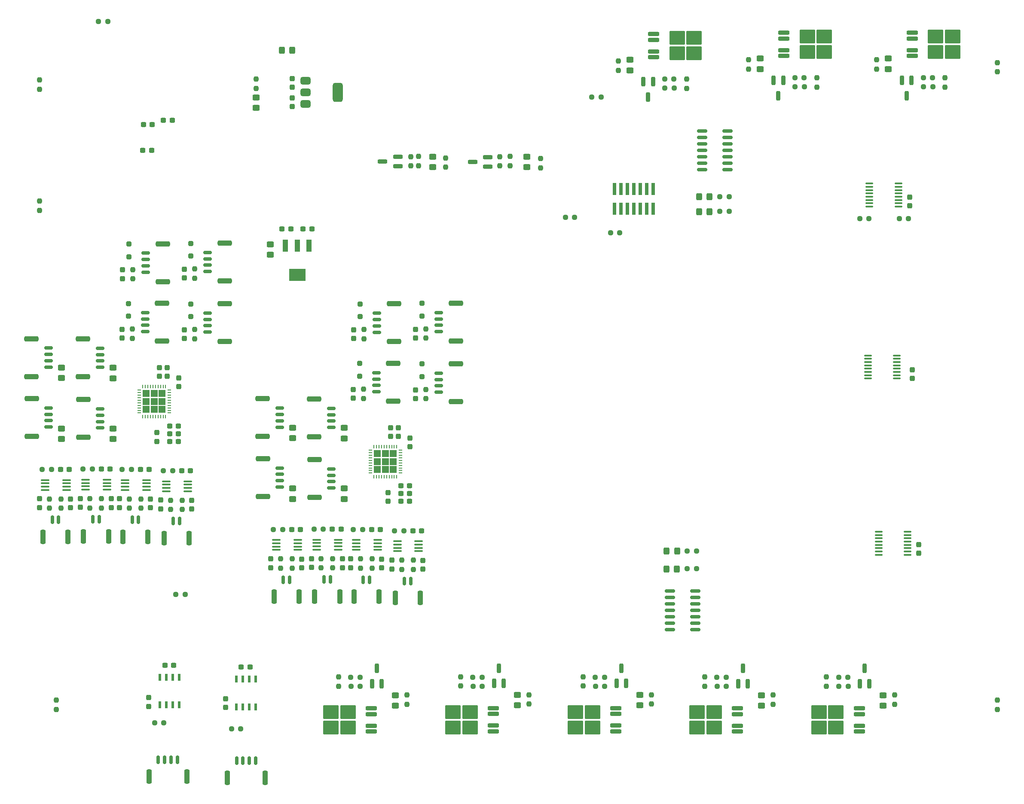
<source format=gbr>
%TF.GenerationSoftware,KiCad,Pcbnew,8.0.1*%
%TF.CreationDate,2024-05-06T01:07:54+02:00*%
%TF.ProjectId,launchpad-controller-v2,6c61756e-6368-4706-9164-2d636f6e7472,rev?*%
%TF.SameCoordinates,Original*%
%TF.FileFunction,Paste,Top*%
%TF.FilePolarity,Positive*%
%FSLAX46Y46*%
G04 Gerber Fmt 4.6, Leading zero omitted, Abs format (unit mm)*
G04 Created by KiCad (PCBNEW 8.0.1) date 2024-05-06 01:07:54*
%MOMM*%
%LPD*%
G01*
G04 APERTURE LIST*
G04 Aperture macros list*
%AMRoundRect*
0 Rectangle with rounded corners*
0 $1 Rounding radius*
0 $2 $3 $4 $5 $6 $7 $8 $9 X,Y pos of 4 corners*
0 Add a 4 corners polygon primitive as box body*
4,1,4,$2,$3,$4,$5,$6,$7,$8,$9,$2,$3,0*
0 Add four circle primitives for the rounded corners*
1,1,$1+$1,$2,$3*
1,1,$1+$1,$4,$5*
1,1,$1+$1,$6,$7*
1,1,$1+$1,$8,$9*
0 Add four rect primitives between the rounded corners*
20,1,$1+$1,$2,$3,$4,$5,0*
20,1,$1+$1,$4,$5,$6,$7,0*
20,1,$1+$1,$6,$7,$8,$9,0*
20,1,$1+$1,$8,$9,$2,$3,0*%
G04 Aperture macros list end*
%ADD10C,0.000000*%
%ADD11RoundRect,0.237500X0.237500X-0.300000X0.237500X0.300000X-0.237500X0.300000X-0.237500X-0.300000X0*%
%ADD12RoundRect,0.250000X0.450000X-0.325000X0.450000X0.325000X-0.450000X0.325000X-0.450000X-0.325000X0*%
%ADD13RoundRect,0.100000X-0.637500X-0.100000X0.637500X-0.100000X0.637500X0.100000X-0.637500X0.100000X0*%
%ADD14RoundRect,0.150000X0.150000X0.700000X-0.150000X0.700000X-0.150000X-0.700000X0.150000X-0.700000X0*%
%ADD15RoundRect,0.250000X0.250000X1.150000X-0.250000X1.150000X-0.250000X-1.150000X0.250000X-1.150000X0*%
%ADD16RoundRect,0.237500X0.237500X-0.250000X0.237500X0.250000X-0.237500X0.250000X-0.237500X-0.250000X0*%
%ADD17RoundRect,0.237500X-0.237500X0.250000X-0.237500X-0.250000X0.237500X-0.250000X0.237500X0.250000X0*%
%ADD18RoundRect,0.237500X-0.300000X-0.237500X0.300000X-0.237500X0.300000X0.237500X-0.300000X0.237500X0*%
%ADD19RoundRect,0.250000X-0.250000X0.250000X-0.250000X-0.250000X0.250000X-0.250000X0.250000X0.250000X0*%
%ADD20RoundRect,0.150000X0.700000X-0.150000X0.700000X0.150000X-0.700000X0.150000X-0.700000X-0.150000X0*%
%ADD21RoundRect,0.250000X1.150000X-0.250000X1.150000X0.250000X-1.150000X0.250000X-1.150000X-0.250000X0*%
%ADD22RoundRect,0.150000X-0.825000X-0.150000X0.825000X-0.150000X0.825000X0.150000X-0.825000X0.150000X0*%
%ADD23RoundRect,0.150000X-0.700000X0.150000X-0.700000X-0.150000X0.700000X-0.150000X0.700000X0.150000X0*%
%ADD24RoundRect,0.250000X-1.150000X0.250000X-1.150000X-0.250000X1.150000X-0.250000X1.150000X0.250000X0*%
%ADD25R,0.740000X2.400000*%
%ADD26RoundRect,0.200000X0.900000X0.200000X-0.900000X0.200000X-0.900000X-0.200000X0.900000X-0.200000X0*%
%ADD27RoundRect,0.250000X1.275000X1.125000X-1.275000X1.125000X-1.275000X-1.125000X1.275000X-1.125000X0*%
%ADD28RoundRect,0.237500X-0.237500X0.300000X-0.237500X-0.300000X0.237500X-0.300000X0.237500X0.300000X0*%
%ADD29RoundRect,0.250000X-0.450000X0.325000X-0.450000X-0.325000X0.450000X-0.325000X0.450000X0.325000X0*%
%ADD30RoundRect,0.237500X0.250000X0.237500X-0.250000X0.237500X-0.250000X-0.237500X0.250000X-0.237500X0*%
%ADD31RoundRect,0.200000X0.200000X-0.750000X0.200000X0.750000X-0.200000X0.750000X-0.200000X-0.750000X0*%
%ADD32RoundRect,0.200000X-0.200000X0.750000X-0.200000X-0.750000X0.200000X-0.750000X0.200000X0.750000X0*%
%ADD33RoundRect,0.200000X0.750000X0.200000X-0.750000X0.200000X-0.750000X-0.200000X0.750000X-0.200000X0*%
%ADD34RoundRect,0.250000X0.325000X0.450000X-0.325000X0.450000X-0.325000X-0.450000X0.325000X-0.450000X0*%
%ADD35RoundRect,0.100000X0.712500X0.100000X-0.712500X0.100000X-0.712500X-0.100000X0.712500X-0.100000X0*%
%ADD36RoundRect,0.200000X-0.900000X-0.200000X0.900000X-0.200000X0.900000X0.200000X-0.900000X0.200000X0*%
%ADD37RoundRect,0.250000X-1.275000X-1.125000X1.275000X-1.125000X1.275000X1.125000X-1.275000X1.125000X0*%
%ADD38RoundRect,0.237500X-0.250000X-0.237500X0.250000X-0.237500X0.250000X0.237500X-0.250000X0.237500X0*%
%ADD39RoundRect,0.237500X0.300000X0.237500X-0.300000X0.237500X-0.300000X-0.237500X0.300000X-0.237500X0*%
%ADD40R,1.000000X2.400000*%
%ADD41R,3.300001X2.400000*%
%ADD42R,0.254000X0.762000*%
%ADD43R,0.762000X0.254000*%
%ADD44R,0.532600X1.454899*%
%ADD45RoundRect,0.375000X-0.625000X-0.375000X0.625000X-0.375000X0.625000X0.375000X-0.625000X0.375000X0*%
%ADD46RoundRect,0.500000X-0.500000X-1.400000X0.500000X-1.400000X0.500000X1.400000X-0.500000X1.400000X0*%
G04 APERTURE END LIST*
D10*
%TO.C,U10*%
G36*
X109876833Y127880468D02*
G01*
X108510499Y127880468D01*
X108510499Y129246802D01*
X109876833Y129246802D01*
X109876833Y127880468D01*
G37*
G36*
X109876833Y126314135D02*
G01*
X108510499Y126314135D01*
X108510499Y127680469D01*
X109876833Y127680469D01*
X109876833Y126314135D01*
G37*
G36*
X109876833Y124747802D02*
G01*
X108510499Y124747802D01*
X108510499Y126114136D01*
X109876833Y126114136D01*
X109876833Y124747802D01*
G37*
G36*
X111443166Y127880468D02*
G01*
X110076832Y127880468D01*
X110076832Y129246802D01*
X111443166Y129246802D01*
X111443166Y127880468D01*
G37*
G36*
X111443166Y126314135D02*
G01*
X110076832Y126314135D01*
X110076832Y127680469D01*
X111443166Y127680469D01*
X111443166Y126314135D01*
G37*
G36*
X111443166Y124747802D02*
G01*
X110076832Y124747802D01*
X110076832Y126114136D01*
X111443166Y126114136D01*
X111443166Y124747802D01*
G37*
G36*
X113009499Y127880468D02*
G01*
X111643165Y127880468D01*
X111643165Y129246802D01*
X113009499Y129246802D01*
X113009499Y127880468D01*
G37*
G36*
X113009499Y126314135D02*
G01*
X111643165Y126314135D01*
X111643165Y127680469D01*
X113009499Y127680469D01*
X113009499Y126314135D01*
G37*
G36*
X113009499Y124747802D02*
G01*
X111643165Y124747802D01*
X111643165Y126114136D01*
X113009499Y126114136D01*
X113009499Y124747802D01*
G37*
%TO.C,U11*%
G36*
X155422833Y116039968D02*
G01*
X154056499Y116039968D01*
X154056499Y117406302D01*
X155422833Y117406302D01*
X155422833Y116039968D01*
G37*
G36*
X155422833Y114473635D02*
G01*
X154056499Y114473635D01*
X154056499Y115839969D01*
X155422833Y115839969D01*
X155422833Y114473635D01*
G37*
G36*
X155422833Y112907302D02*
G01*
X154056499Y112907302D01*
X154056499Y114273636D01*
X155422833Y114273636D01*
X155422833Y112907302D01*
G37*
G36*
X156989166Y116039968D02*
G01*
X155622832Y116039968D01*
X155622832Y117406302D01*
X156989166Y117406302D01*
X156989166Y116039968D01*
G37*
G36*
X156989166Y114473635D02*
G01*
X155622832Y114473635D01*
X155622832Y115839969D01*
X156989166Y115839969D01*
X156989166Y114473635D01*
G37*
G36*
X156989166Y112907302D02*
G01*
X155622832Y112907302D01*
X155622832Y114273636D01*
X156989166Y114273636D01*
X156989166Y112907302D01*
G37*
G36*
X158555499Y116039968D02*
G01*
X157189165Y116039968D01*
X157189165Y117406302D01*
X158555499Y117406302D01*
X158555499Y116039968D01*
G37*
G36*
X158555499Y114473635D02*
G01*
X157189165Y114473635D01*
X157189165Y115839969D01*
X158555499Y115839969D01*
X158555499Y114473635D01*
G37*
G36*
X158555499Y112907302D02*
G01*
X157189165Y112907302D01*
X157189165Y114273636D01*
X158555499Y114273636D01*
X158555499Y112907302D01*
G37*
%TD*%
D11*
%TO.C,C9*%
X116728000Y151370000D03*
X116728000Y153095000D03*
%TD*%
D12*
%TO.C,D30*%
X230391999Y67055000D03*
X230391999Y69105000D03*
%TD*%
D13*
%TO.C,U22*%
X253492000Y101346000D03*
X253492000Y100696000D03*
X253492000Y100046000D03*
X253492000Y99396000D03*
X253492000Y98746000D03*
X253492000Y98096000D03*
X253492000Y97446000D03*
X253492000Y96796000D03*
X259217000Y96796000D03*
X259217000Y97446000D03*
X259217000Y98096000D03*
X259217000Y98746000D03*
X259217000Y99396000D03*
X259217000Y100046000D03*
X259217000Y100696000D03*
X259217000Y101346000D03*
%TD*%
D14*
%TO.C,TC6*%
X153208000Y91863000D03*
X151958000Y91863000D03*
D15*
X155058000Y88513000D03*
X150108000Y88513000D03*
%TD*%
D16*
%TO.C,R49*%
X116240000Y105725000D03*
X116240000Y107550000D03*
%TD*%
D17*
%TO.C,R9*%
X88138000Y166520500D03*
X88138000Y164695500D03*
%TD*%
D18*
%TO.C,C10*%
X135943000Y161036000D03*
X137668000Y161036000D03*
%TD*%
D19*
%TO.C,D18*%
X151340000Y146211500D03*
X151340000Y143711500D03*
%TD*%
D20*
%TO.C,J26*%
X145666000Y109957000D03*
X145666000Y111207000D03*
X145666000Y112457000D03*
X145666000Y113707000D03*
D21*
X142316000Y108107000D03*
X142316000Y115557000D03*
%TD*%
D22*
%TO.C,U6*%
X218759000Y180340000D03*
X218759000Y179070000D03*
X218759000Y177800000D03*
X218759000Y176530000D03*
X218759000Y175260000D03*
X218759000Y173990000D03*
X218759000Y172720000D03*
X223709000Y172720000D03*
X223709000Y173990000D03*
X223709000Y175260000D03*
X223709000Y176530000D03*
X223709000Y177800000D03*
X223709000Y179070000D03*
X223709000Y180340000D03*
%TD*%
D17*
%TO.C,R26*%
X106556000Y153012000D03*
X106556000Y151187000D03*
%TD*%
D18*
%TO.C,C54*%
X159370000Y107309000D03*
X161095000Y107309000D03*
%TD*%
D23*
%TO.C,J10*%
X108982000Y144521000D03*
X108982000Y143271000D03*
X108982000Y142021000D03*
X108982000Y140771000D03*
D24*
X112332000Y146371000D03*
X112332000Y138921000D03*
%TD*%
D17*
%TO.C,R84*%
X243205000Y72699500D03*
X243205000Y70874500D03*
%TD*%
D25*
%TO.C,J7*%
X209042000Y168910000D03*
X209042000Y165010000D03*
X207772000Y168910000D03*
X207772000Y165010000D03*
X206502000Y168910000D03*
X206502000Y165010000D03*
X205232000Y168910000D03*
X205232000Y165010000D03*
X203962000Y168910000D03*
X203962000Y165010000D03*
X202692000Y168910000D03*
X202692000Y165010000D03*
X201422000Y168910000D03*
X201422000Y165010000D03*
%TD*%
D11*
%TO.C,C45*%
X139812000Y94202000D03*
X139812000Y95927000D03*
%TD*%
D26*
%TO.C,U29*%
X201731000Y61990500D03*
X201731000Y63130500D03*
D27*
X197106000Y62745500D03*
X197106000Y65795500D03*
X193756000Y62745500D03*
X193756000Y65795500D03*
D26*
X201731000Y65410500D03*
X201731000Y66550500D03*
%TD*%
D23*
%TO.C,J12*%
X121284000Y156378500D03*
X121284000Y155128500D03*
X121284000Y153878500D03*
X121284000Y152628500D03*
D24*
X124634000Y158228500D03*
X124634000Y150778500D03*
%TD*%
D28*
%TO.C,C42*%
X149464000Y95979500D03*
X149464000Y94254500D03*
%TD*%
D18*
%TO.C,C1*%
X108511000Y176530000D03*
X110236000Y176530000D03*
%TD*%
D29*
%TO.C,D3*%
X255397000Y194611000D03*
X255397000Y192561000D03*
%TD*%
D30*
%TO.C,R19*%
X213217003Y188793000D03*
X211392003Y188793000D03*
%TD*%
D11*
%TO.C,C26*%
X162274000Y127591500D03*
X162274000Y129316500D03*
%TD*%
D31*
%TO.C,D33*%
X249796999Y71382500D03*
X251696999Y71382500D03*
X250746999Y74382500D03*
%TD*%
D16*
%TO.C,R16*%
X178816000Y173435000D03*
X178816000Y175260000D03*
%TD*%
%TO.C,R57*%
X143640000Y94186500D03*
X143640000Y96011500D03*
%TD*%
D22*
%TO.C,U28*%
X212409000Y89662000D03*
X212409000Y88392000D03*
X212409000Y87122000D03*
X212409000Y85852000D03*
X212409000Y84582000D03*
X212409000Y83312000D03*
X212409000Y82042000D03*
X217359000Y82042000D03*
X217359000Y83312000D03*
X217359000Y84582000D03*
X217359000Y85852000D03*
X217359000Y87122000D03*
X217359000Y88392000D03*
X217359000Y89662000D03*
%TD*%
D16*
%TO.C,R10*%
X88138000Y188571500D03*
X88138000Y190396500D03*
%TD*%
D30*
%TO.C,R70*%
X175401999Y70874500D03*
X173576999Y70874500D03*
%TD*%
D32*
%TO.C,D9*%
X209040003Y190039000D03*
X207140003Y190039000D03*
X208090003Y187039000D03*
%TD*%
D33*
%TO.C,D5*%
X158750000Y173360000D03*
X158750000Y175260000D03*
X155750000Y174310000D03*
%TD*%
D18*
%TO.C,C51*%
X145861000Y101817000D03*
X147586000Y101817000D03*
%TD*%
D17*
%TO.C,R30*%
X152102000Y141171500D03*
X152102000Y139346500D03*
%TD*%
D18*
%TO.C,C47*%
X159370000Y108833000D03*
X161095000Y108833000D03*
%TD*%
D17*
%TO.C,R13*%
X162814000Y175307000D03*
X162814000Y173482000D03*
%TD*%
D16*
%TO.C,R73*%
X184577000Y67342500D03*
X184577000Y69167500D03*
%TD*%
D34*
%TO.C,D23*%
X213771500Y97495000D03*
X211721500Y97495000D03*
%TD*%
D11*
%TO.C,C46*%
X155560000Y94202000D03*
X155560000Y95927000D03*
%TD*%
D29*
%TO.C,D4*%
X130810000Y186953000D03*
X130810000Y184903000D03*
%TD*%
D11*
%TO.C,C14*%
X150070000Y139396500D03*
X150070000Y141121500D03*
%TD*%
D12*
%TO.C,D32*%
X254381000Y67064500D03*
X254381000Y69114500D03*
%TD*%
D17*
%TO.C,R79*%
X219215999Y72690000D03*
X219215999Y70865000D03*
%TD*%
D28*
%TO.C,C44*%
X157586000Y95725500D03*
X157586000Y94000500D03*
%TD*%
D35*
%TO.C,U17*%
X117336500Y109332500D03*
X117336500Y109982500D03*
X117336500Y110632500D03*
X117336500Y111282500D03*
X113111500Y111282500D03*
X113111500Y110632500D03*
X113111500Y109982500D03*
X113111500Y109332500D03*
%TD*%
D28*
%TO.C,C15*%
X111284000Y120874500D03*
X111284000Y119149500D03*
%TD*%
D30*
%TO.C,R39*%
X90527000Y113609500D03*
X88702000Y113609500D03*
%TD*%
D36*
%TO.C,U3*%
X234800001Y199708000D03*
X234800001Y198568000D03*
D37*
X239425001Y198953000D03*
X239425001Y195903000D03*
X242775001Y198953000D03*
X242775001Y195903000D03*
D36*
X234800001Y196288000D03*
X234800001Y195148000D03*
%TD*%
D13*
%TO.C,U13*%
X251391500Y136080000D03*
X251391500Y135430000D03*
X251391500Y134780000D03*
X251391500Y134130000D03*
X251391500Y133480000D03*
X251391500Y132830000D03*
X251391500Y132180000D03*
X251391500Y131530000D03*
X257116500Y131530000D03*
X257116500Y132180000D03*
X257116500Y132830000D03*
X257116500Y133480000D03*
X257116500Y134130000D03*
X257116500Y134780000D03*
X257116500Y135430000D03*
X257116500Y136080000D03*
%TD*%
D16*
%TO.C,R61*%
X151378000Y94138500D03*
X151378000Y95963500D03*
%TD*%
D30*
%TO.C,R81*%
X223502998Y70841000D03*
X221677998Y70841000D03*
%TD*%
D38*
%TO.C,R2*%
X211345003Y190571000D03*
X213170003Y190571000D03*
%TD*%
D16*
%TO.C,R38*%
X100380000Y106027000D03*
X100380000Y107852000D03*
%TD*%
D18*
%TO.C,C33*%
X108053000Y113609500D03*
X109778000Y113609500D03*
%TD*%
D17*
%TO.C,R17*%
X168148000Y175006000D03*
X168148000Y173181000D03*
%TD*%
D30*
%TO.C,R46*%
X114397000Y113355500D03*
X112572000Y113355500D03*
%TD*%
D29*
%TO.C,D2*%
X230110001Y194610000D03*
X230110001Y192560000D03*
%TD*%
D11*
%TO.C,C13*%
X162274000Y139529500D03*
X162274000Y141254500D03*
%TD*%
D26*
%TO.C,U31*%
X249691000Y61966500D03*
X249691000Y63106500D03*
D27*
X245066000Y62721500D03*
X245066000Y65771500D03*
X241716000Y62721500D03*
X241716000Y65771500D03*
D26*
X249691000Y65386500D03*
X249691000Y66526500D03*
%TD*%
D11*
%TO.C,C23*%
X149972000Y127672000D03*
X149972000Y129397000D03*
%TD*%
D16*
%TO.C,R18*%
X215632001Y188722000D03*
X215632001Y190547000D03*
%TD*%
D11*
%TO.C,C22*%
X158862000Y120110000D03*
X158862000Y121835000D03*
%TD*%
D17*
%TO.C,R27*%
X118760000Y141207000D03*
X118760000Y139382000D03*
%TD*%
D39*
%TO.C,C2*%
X114300000Y182477999D03*
X112575000Y182477999D03*
%TD*%
D11*
%TO.C,C18*%
X115614000Y129918500D03*
X115614000Y131643500D03*
%TD*%
D18*
%TO.C,C59*%
X127915500Y74624652D03*
X129640500Y74624652D03*
%TD*%
D11*
%TO.C,C52*%
X163682000Y93948000D03*
X163682000Y95673000D03*
%TD*%
D29*
%TO.C,F10*%
X138064000Y109849000D03*
X138064000Y107799000D03*
%TD*%
D12*
%TO.C,D27*%
X182291000Y67088500D03*
X182291000Y69138500D03*
%TD*%
D18*
%TO.C,C41*%
X116175000Y113355500D03*
X117900000Y113355500D03*
%TD*%
D16*
%TO.C,R51*%
X135630000Y94138500D03*
X135630000Y95963500D03*
%TD*%
D19*
%TO.C,D15*%
X117998000Y146247000D03*
X117998000Y143747000D03*
%TD*%
D20*
%TO.C,J16*%
X89930000Y133786000D03*
X89930000Y135036000D03*
X89930000Y136286000D03*
X89930000Y137536000D03*
D21*
X86580000Y131936000D03*
X86580000Y139386000D03*
%TD*%
D40*
%TO.C,U8*%
X141224000Y157734000D03*
X138924000Y157734000D03*
X136624000Y157734000D03*
D41*
X138924000Y151933999D03*
%TD*%
D30*
%TO.C,R103*%
X116825000Y89000000D03*
X115000000Y89000000D03*
%TD*%
D35*
%TO.C,U19*%
X154760500Y97746000D03*
X154760500Y98396000D03*
X154760500Y99046000D03*
X154760500Y99696000D03*
X150535500Y99696000D03*
X150535500Y99046000D03*
X150535500Y98396000D03*
X150535500Y97746000D03*
%TD*%
D30*
%TO.C,R32*%
X193590000Y163322000D03*
X191765000Y163322000D03*
%TD*%
D38*
%TO.C,R1*%
X99775000Y201930000D03*
X101600000Y201930000D03*
%TD*%
D30*
%TO.C,R63*%
X217585500Y94029000D03*
X215760500Y94029000D03*
%TD*%
D18*
%TO.C,C40*%
X137851000Y101769000D03*
X139576000Y101769000D03*
%TD*%
D16*
%TO.C,R12*%
X161290000Y173435000D03*
X161290000Y175260000D03*
%TD*%
D20*
%TO.C,J25*%
X135506000Y110151000D03*
X135506000Y111401000D03*
X135506000Y112651000D03*
X135506000Y113901000D03*
D21*
X132156000Y108301000D03*
X132156000Y115751000D03*
%TD*%
D14*
%TO.C,TC3*%
X107662000Y103703500D03*
X106412000Y103703500D03*
D15*
X109512000Y100353500D03*
X104562000Y100353500D03*
%TD*%
D16*
%TO.C,R41*%
X113954000Y105725000D03*
X113954000Y107550000D03*
%TD*%
D18*
%TO.C,C57*%
X112873595Y74978972D03*
X114598595Y74978972D03*
%TD*%
D38*
%TO.C,R35*%
X249785500Y163068000D03*
X251610500Y163068000D03*
%TD*%
D18*
%TO.C,C3*%
X108638000Y181610000D03*
X110363000Y181610000D03*
%TD*%
D29*
%TO.C,F7*%
X102648000Y133636500D03*
X102648000Y131586500D03*
%TD*%
D17*
%TO.C,R8*%
X276860000Y193802000D03*
X276860000Y191977000D03*
%TD*%
%TO.C,R3*%
X202170001Y194103000D03*
X202170001Y192278000D03*
%TD*%
D42*
%TO.C,U10*%
X108509998Y124023500D03*
X109010000Y124023500D03*
X109509999Y124023500D03*
X110009998Y124023500D03*
X110509999Y124023500D03*
X111009999Y124023500D03*
X111510000Y124023500D03*
X112009999Y124023500D03*
X112509998Y124023500D03*
X113010000Y124023500D03*
D43*
X113733801Y124747301D03*
X113733801Y125247303D03*
X113733801Y125747302D03*
X113733801Y126247301D03*
X113733801Y126747302D03*
X113733801Y127247302D03*
X113733801Y127747303D03*
X113733801Y128247302D03*
X113733801Y128747301D03*
X113733801Y129247303D03*
D42*
X113010000Y129971104D03*
X112509998Y129971104D03*
X112009999Y129971104D03*
X111510000Y129971104D03*
X111009999Y129971104D03*
X110509999Y129971104D03*
X110009998Y129971104D03*
X109509999Y129971104D03*
X109010000Y129971104D03*
X108509998Y129971104D03*
D43*
X107786197Y129247303D03*
X107786197Y128747301D03*
X107786197Y128247302D03*
X107786197Y127747303D03*
X107786197Y127247302D03*
X107786197Y126747302D03*
X107786197Y126247301D03*
X107786197Y125747302D03*
X107786197Y125247303D03*
X107786197Y124747301D03*
%TD*%
D16*
%TO.C,R59*%
X161786000Y93884500D03*
X161786000Y95709500D03*
%TD*%
D14*
%TO.C,TC8*%
X161330000Y91609000D03*
X160080000Y91609000D03*
D15*
X163180000Y88259000D03*
X158230000Y88259000D03*
%TD*%
D28*
%TO.C,C28*%
X88170000Y107820000D03*
X88170000Y106095000D03*
%TD*%
D23*
%TO.C,J11*%
X121284000Y144440500D03*
X121284000Y143190500D03*
X121284000Y141940500D03*
X121284000Y140690500D03*
D24*
X124634000Y146290500D03*
X124634000Y138840500D03*
%TD*%
D29*
%TO.C,F11*%
X148224000Y109846500D03*
X148224000Y107796500D03*
%TD*%
D31*
%TO.C,D25*%
X153657999Y71374000D03*
X155557999Y71374000D03*
X154607999Y74374000D03*
%TD*%
D28*
%TO.C,C5*%
X137922000Y190701000D03*
X137922000Y188976000D03*
%TD*%
D16*
%TO.C,R52*%
X137916000Y94138500D03*
X137916000Y95963500D03*
%TD*%
D30*
%TO.C,R20*%
X224028000Y167378000D03*
X222203000Y167378000D03*
%TD*%
D35*
%TO.C,U18*%
X139012500Y97746000D03*
X139012500Y98396000D03*
X139012500Y99046000D03*
X139012500Y99696000D03*
X134787500Y99696000D03*
X134787500Y99046000D03*
X134787500Y98396000D03*
X134787500Y97746000D03*
%TD*%
D34*
%TO.C,D22*%
X213759000Y93980000D03*
X211709000Y93980000D03*
%TD*%
D16*
%TO.C,R40*%
X98094000Y106027000D03*
X98094000Y107852000D03*
%TD*%
D18*
%TO.C,C21*%
X113824000Y120673500D03*
X115549000Y120673500D03*
%TD*%
D14*
%TO.C,TC5*%
X137460000Y91863000D03*
X136210000Y91863000D03*
D15*
X139310000Y88513000D03*
X134360000Y88513000D03*
%TD*%
D20*
%TO.C,J22*%
X145636000Y121906500D03*
X145636000Y123156500D03*
X145636000Y124406500D03*
X145636000Y125656500D03*
D21*
X142286000Y120056500D03*
X142286000Y127506500D03*
%TD*%
D42*
%TO.C,U11*%
X154055998Y112183000D03*
X154556000Y112183000D03*
X155055999Y112183000D03*
X155555998Y112183000D03*
X156055999Y112183000D03*
X156555999Y112183000D03*
X157056000Y112183000D03*
X157555999Y112183000D03*
X158055998Y112183000D03*
X158556000Y112183000D03*
D43*
X159279801Y112906801D03*
X159279801Y113406803D03*
X159279801Y113906802D03*
X159279801Y114406801D03*
X159279801Y114906802D03*
X159279801Y115406802D03*
X159279801Y115906803D03*
X159279801Y116406802D03*
X159279801Y116906801D03*
X159279801Y117406803D03*
D42*
X158556000Y118130604D03*
X158055998Y118130604D03*
X157555999Y118130604D03*
X157056000Y118130604D03*
X156555999Y118130604D03*
X156055999Y118130604D03*
X155555998Y118130604D03*
X155055999Y118130604D03*
X154556000Y118130604D03*
X154055998Y118130604D03*
D43*
X153332197Y117406803D03*
X153332197Y116906801D03*
X153332197Y116406802D03*
X153332197Y115906803D03*
X153332197Y115406802D03*
X153332197Y114906802D03*
X153332197Y114406801D03*
X153332197Y113906802D03*
X153332197Y113406803D03*
X153332197Y112906801D03*
%TD*%
D17*
%TO.C,R29*%
X164306000Y141304500D03*
X164306000Y139479500D03*
%TD*%
D23*
%TO.C,J21*%
X154528000Y132680500D03*
X154528000Y131430500D03*
X154528000Y130180500D03*
X154528000Y128930500D03*
D24*
X157878000Y134530500D03*
X157878000Y127080500D03*
%TD*%
D29*
%TO.C,F9*%
X148194000Y121796000D03*
X148194000Y119746000D03*
%TD*%
D38*
%TO.C,R4*%
X236999003Y190824000D03*
X238824003Y190824000D03*
%TD*%
D11*
%TO.C,C49*%
X147822000Y94250000D03*
X147822000Y95975000D03*
%TD*%
D26*
%TO.C,U26*%
X153552000Y61958000D03*
X153552000Y63098000D03*
D27*
X148927000Y62713000D03*
X148927000Y65763000D03*
X145577000Y62713000D03*
X145577000Y65763000D03*
D26*
X153552000Y65378000D03*
X153552000Y66518000D03*
%TD*%
D17*
%TO.C,R75*%
X195245000Y72723500D03*
X195245000Y70898500D03*
%TD*%
D16*
%TO.C,R56*%
X153664000Y94138500D03*
X153664000Y95963500D03*
%TD*%
D18*
%TO.C,C48*%
X161721000Y101515000D03*
X163446000Y101515000D03*
%TD*%
D12*
%TO.C,D24*%
X158242000Y67056000D03*
X158242000Y69106000D03*
%TD*%
D16*
%TO.C,R80*%
X232677999Y67309000D03*
X232677999Y69134000D03*
%TD*%
D44*
%TO.C,U24*%
X115641095Y72620320D03*
X114371095Y72620320D03*
X113101095Y72620320D03*
X111831095Y72620320D03*
X111831095Y67177624D03*
X113101095Y67177624D03*
X114371095Y67177624D03*
X115641095Y67177624D03*
%TD*%
D30*
%TO.C,R55*%
X151821000Y101769000D03*
X149996000Y101769000D03*
%TD*%
%TO.C,R68*%
X151352999Y70842000D03*
X149527999Y70842000D03*
%TD*%
D26*
%TO.C,U30*%
X225701999Y61957000D03*
X225701999Y63097000D03*
D27*
X221076999Y62712000D03*
X221076999Y65762000D03*
X217726999Y62712000D03*
X217726999Y65762000D03*
D26*
X225701999Y65377000D03*
X225701999Y66517000D03*
%TD*%
D17*
%TO.C,R11*%
X130810000Y190532500D03*
X130810000Y188707500D03*
%TD*%
D30*
%TO.C,R62*%
X217598000Y97536000D03*
X215773000Y97536000D03*
%TD*%
D31*
%TO.C,D26*%
X177706999Y71406500D03*
X179606999Y71406500D03*
X178656999Y74406500D03*
%TD*%
D11*
%TO.C,C6*%
X259588000Y165608000D03*
X259588000Y167333000D03*
%TD*%
D16*
%TO.C,R21*%
X241286001Y188975000D03*
X241286001Y190800000D03*
%TD*%
D11*
%TO.C,C56*%
X261366000Y97081000D03*
X261366000Y98806000D03*
%TD*%
D36*
%TO.C,U2*%
X209146001Y199455000D03*
X209146001Y198315000D03*
D37*
X213771001Y198700000D03*
X213771001Y195650000D03*
X217121001Y198700000D03*
X217121001Y195650000D03*
D36*
X209146001Y196035000D03*
X209146001Y194895000D03*
%TD*%
D32*
%TO.C,D12*%
X259981002Y190293000D03*
X258081002Y190293000D03*
X259031002Y187293000D03*
%TD*%
D11*
%TO.C,C29*%
X102276000Y106090500D03*
X102276000Y107815500D03*
%TD*%
D16*
%TO.C,R44*%
X92370000Y105979000D03*
X92370000Y107804000D03*
%TD*%
%TO.C,R76*%
X208707000Y67342500D03*
X208707000Y69167500D03*
%TD*%
D30*
%TO.C,R43*%
X98537000Y113657500D03*
X96712000Y113657500D03*
%TD*%
D16*
%TO.C,R42*%
X108118000Y105979000D03*
X108118000Y107804000D03*
%TD*%
D34*
%TO.C,D19*%
X220201500Y164432000D03*
X218151500Y164432000D03*
%TD*%
D38*
%TO.C,R82*%
X245619999Y72628500D03*
X247444999Y72628500D03*
%TD*%
D14*
%TO.C,TC4*%
X115784000Y103449500D03*
X114534000Y103449500D03*
D15*
X117634000Y100099500D03*
X112684000Y100099500D03*
%TD*%
D34*
%TO.C,FB1*%
X137940000Y196215000D03*
X135890000Y196215000D03*
%TD*%
D29*
%TO.C,F3*%
X133604000Y157997000D03*
X133604000Y155947000D03*
%TD*%
D30*
%TO.C,R22*%
X238871003Y189046000D03*
X237046003Y189046000D03*
%TD*%
%TO.C,R33*%
X224028000Y164465000D03*
X222203000Y164465000D03*
%TD*%
D28*
%TO.C,C53*%
X156830000Y109034000D03*
X156830000Y107309000D03*
%TD*%
D38*
%TO.C,R104*%
X197000000Y187000000D03*
X198825000Y187000000D03*
%TD*%
D19*
%TO.C,D14*%
X105794000Y158052000D03*
X105794000Y155552000D03*
%TD*%
D30*
%TO.C,R83*%
X247491999Y70850500D03*
X245666999Y70850500D03*
%TD*%
D14*
%TO.C,TC7*%
X145470000Y91911000D03*
X144220000Y91911000D03*
D15*
X147320000Y88561000D03*
X142370000Y88561000D03*
%TD*%
D14*
%TO.C,TC2*%
X91914000Y103703500D03*
X90664000Y103703500D03*
D15*
X93764000Y100353500D03*
X88814000Y100353500D03*
%TD*%
D38*
%TO.C,R72*%
X173529999Y72652500D03*
X175354999Y72652500D03*
%TD*%
D30*
%TO.C,R54*%
X159943000Y101515000D03*
X158118000Y101515000D03*
%TD*%
D17*
%TO.C,R5*%
X227824001Y194356000D03*
X227824001Y192531000D03*
%TD*%
D30*
%TO.C,R34*%
X259381000Y163068000D03*
X257556000Y163068000D03*
%TD*%
D20*
%TO.C,J19*%
X100090000Y133747000D03*
X100090000Y134997000D03*
X100090000Y136247000D03*
X100090000Y137497000D03*
D21*
X96740000Y131897000D03*
X96740000Y139347000D03*
%TD*%
D38*
%TO.C,R67*%
X149480999Y72620000D03*
X151305999Y72620000D03*
%TD*%
D39*
%TO.C,C12*%
X141832500Y161036000D03*
X140107500Y161036000D03*
%TD*%
D17*
%TO.C,R25*%
X106458000Y141287500D03*
X106458000Y139462500D03*
%TD*%
%TO.C,R69*%
X147066000Y72691000D03*
X147066000Y70866000D03*
%TD*%
D20*
%TO.C,J18*%
X100120000Y121797500D03*
X100120000Y123047500D03*
X100120000Y124297500D03*
X100120000Y125547500D03*
D21*
X96770000Y119947500D03*
X96770000Y127397500D03*
%TD*%
D31*
%TO.C,D31*%
X225807998Y71373000D03*
X227707998Y71373000D03*
X226757998Y74373000D03*
%TD*%
D35*
%TO.C,U14*%
X109214500Y109586500D03*
X109214500Y110236500D03*
X109214500Y110886500D03*
X109214500Y111536500D03*
X104989500Y111536500D03*
X104989500Y110886500D03*
X104989500Y110236500D03*
X104989500Y109586500D03*
%TD*%
D34*
%TO.C,D11*%
X220201500Y167353000D03*
X218151500Y167353000D03*
%TD*%
D18*
%TO.C,C55*%
X159370000Y110357000D03*
X161095000Y110357000D03*
%TD*%
D16*
%TO.C,R23*%
X266573000Y188976000D03*
X266573000Y190801000D03*
%TD*%
D11*
%TO.C,C24*%
X161160000Y118078000D03*
X161160000Y119803000D03*
%TD*%
%TO.C,C32*%
X110014000Y106042500D03*
X110014000Y107767500D03*
%TD*%
%TO.C,C11*%
X116728000Y139432000D03*
X116728000Y141157000D03*
%TD*%
D23*
%TO.C,J9*%
X109080000Y156245500D03*
X109080000Y154995500D03*
X109080000Y153745500D03*
X109080000Y152495500D03*
D24*
X112430000Y158095500D03*
X112430000Y150645500D03*
%TD*%
D18*
%TO.C,C30*%
X92305000Y113609500D03*
X94030000Y113609500D03*
%TD*%
D30*
%TO.C,R60*%
X144083000Y101817000D03*
X142258000Y101817000D03*
%TD*%
D23*
%TO.C,J23*%
X166830000Y132600000D03*
X166830000Y131350000D03*
X166830000Y130100000D03*
X166830000Y128850000D03*
D24*
X170180000Y134450000D03*
X170180000Y127000000D03*
%TD*%
D14*
%TO.C,TC1*%
X99924000Y103751500D03*
X98674000Y103751500D03*
D15*
X101774000Y100401500D03*
X96824000Y100401500D03*
%TD*%
D38*
%TO.C,R78*%
X221630998Y72619000D03*
X223455998Y72619000D03*
%TD*%
D29*
%TO.C,F8*%
X138034000Y121835000D03*
X138034000Y119785000D03*
%TD*%
D28*
%TO.C,C38*%
X133716000Y95979500D03*
X133716000Y94254500D03*
%TD*%
D31*
%TO.C,D28*%
X201836999Y71406500D03*
X203736999Y71406500D03*
X202786999Y74406500D03*
%TD*%
D16*
%TO.C,R45*%
X105832000Y105979000D03*
X105832000Y107804000D03*
%TD*%
D19*
%TO.C,D21*%
X151242000Y134487000D03*
X151242000Y131987000D03*
%TD*%
D20*
%TO.C,J17*%
X89960000Y121991500D03*
X89960000Y123241500D03*
X89960000Y124491500D03*
X89960000Y125741500D03*
D21*
X86610000Y120141500D03*
X86610000Y127591500D03*
%TD*%
D11*
%TO.C,C39*%
X118136000Y105788500D03*
X118136000Y107513500D03*
%TD*%
D18*
%TO.C,C19*%
X113824000Y119149500D03*
X115549000Y119149500D03*
%TD*%
D20*
%TO.C,J20*%
X135476000Y121945500D03*
X135476000Y123195500D03*
X135476000Y124445500D03*
X135476000Y125695500D03*
D21*
X132126000Y120095500D03*
X132126000Y127545500D03*
%TD*%
D30*
%TO.C,R87*%
X127809000Y62484000D03*
X125984000Y62484000D03*
%TD*%
D19*
%TO.C,D20*%
X163544000Y134406500D03*
X163544000Y131906500D03*
%TD*%
D14*
%TO.C,J29*%
X115316000Y56388000D03*
X114066000Y56388000D03*
X112816000Y56388000D03*
X111566000Y56388000D03*
D15*
X117166000Y53038000D03*
X109716000Y53038000D03*
%TD*%
D30*
%TO.C,R31*%
X202485000Y160274000D03*
X200660000Y160274000D03*
%TD*%
D38*
%TO.C,R6*%
X262286002Y190825000D03*
X264111002Y190825000D03*
%TD*%
D11*
%TO.C,C8*%
X104524000Y151237000D03*
X104524000Y152962000D03*
%TD*%
D13*
%TO.C,U7*%
X251656000Y169964000D03*
X251656000Y169314000D03*
X251656000Y168664000D03*
X251656000Y168014000D03*
X251656000Y167364000D03*
X251656000Y166714000D03*
X251656000Y166064000D03*
X251656000Y165414000D03*
X257381000Y165414000D03*
X257381000Y166064000D03*
X257381000Y166714000D03*
X257381000Y167364000D03*
X257381000Y168014000D03*
X257381000Y168664000D03*
X257381000Y169314000D03*
X257381000Y169964000D03*
%TD*%
D35*
%TO.C,U16*%
X93466500Y109586500D03*
X93466500Y110236500D03*
X93466500Y110886500D03*
X93466500Y111536500D03*
X89241500Y111536500D03*
X89241500Y110886500D03*
X89241500Y110236500D03*
X89241500Y109586500D03*
%TD*%
D44*
%TO.C,U25*%
X130768000Y72266000D03*
X129498000Y72266000D03*
X128228000Y72266000D03*
X126958000Y72266000D03*
X126958000Y66823304D03*
X128228000Y66823304D03*
X129498000Y66823304D03*
X130768000Y66823304D03*
%TD*%
D19*
%TO.C,D13*%
X105696000Y146327500D03*
X105696000Y143827500D03*
%TD*%
D30*
%TO.C,R48*%
X106275000Y113609500D03*
X104450000Y113609500D03*
%TD*%
D17*
%TO.C,R14*%
X186925000Y174902500D03*
X186925000Y173077500D03*
%TD*%
D12*
%TO.C,D6*%
X184150000Y173210000D03*
X184150000Y175260000D03*
%TD*%
D28*
%TO.C,C36*%
X112040000Y107566000D03*
X112040000Y105841000D03*
%TD*%
D17*
%TO.C,R37*%
X152004000Y129447000D03*
X152004000Y127622000D03*
%TD*%
%TO.C,R15*%
X180848000Y175307000D03*
X180848000Y173482000D03*
%TD*%
D30*
%TO.C,R50*%
X136073000Y101769000D03*
X134248000Y101769000D03*
%TD*%
D11*
%TO.C,C37*%
X94266000Y106042500D03*
X94266000Y107767500D03*
%TD*%
D30*
%TO.C,R64*%
X112649000Y63627000D03*
X110824000Y63627000D03*
%TD*%
D17*
%TO.C,R71*%
X171115000Y72723500D03*
X171115000Y70898500D03*
%TD*%
D28*
%TO.C,C35*%
X103918000Y107820000D03*
X103918000Y106095000D03*
%TD*%
D11*
%TO.C,C27*%
X260096000Y131572000D03*
X260096000Y133297000D03*
%TD*%
D29*
%TO.C,F4*%
X92518000Y121689500D03*
X92518000Y119639500D03*
%TD*%
D18*
%TO.C,C50*%
X153599000Y101769000D03*
X155324000Y101769000D03*
%TD*%
D11*
%TO.C,C60*%
X124799000Y66678000D03*
X124799000Y68403000D03*
%TD*%
D18*
%TO.C,C20*%
X113824000Y122197500D03*
X115549000Y122197500D03*
%TD*%
D35*
%TO.C,U20*%
X162882500Y97492000D03*
X162882500Y98142000D03*
X162882500Y98792000D03*
X162882500Y99442000D03*
X158657500Y99442000D03*
X158657500Y98792000D03*
X158657500Y98142000D03*
X158657500Y97492000D03*
%TD*%
D16*
%TO.C,R86*%
X276860000Y66294000D03*
X276860000Y68119000D03*
%TD*%
%TO.C,R85*%
X256667000Y67318500D03*
X256667000Y69143500D03*
%TD*%
D36*
%TO.C,U4*%
X260087000Y199709000D03*
X260087000Y198569000D03*
D37*
X264712000Y198954000D03*
X264712000Y195904000D03*
X268062000Y198954000D03*
X268062000Y195904000D03*
D36*
X260087000Y196289000D03*
X260087000Y195149000D03*
%TD*%
D28*
%TO.C,C31*%
X96180000Y107868000D03*
X96180000Y106143000D03*
%TD*%
D11*
%TO.C,C4*%
X137922000Y185166000D03*
X137922000Y186891000D03*
%TD*%
D30*
%TO.C,R24*%
X264158002Y189047000D03*
X262333002Y189047000D03*
%TD*%
D11*
%TO.C,C25*%
X157338000Y120110000D03*
X157338000Y121835000D03*
%TD*%
D23*
%TO.C,J14*%
X166830000Y144538000D03*
X166830000Y143288000D03*
X166830000Y142038000D03*
X166830000Y140788000D03*
D24*
X170180000Y146388000D03*
X170180000Y138938000D03*
%TD*%
D19*
%TO.C,D16*%
X117998000Y158185000D03*
X117998000Y155685000D03*
%TD*%
D17*
%TO.C,R28*%
X118760000Y153145000D03*
X118760000Y151320000D03*
%TD*%
D16*
%TO.C,R66*%
X160528000Y67310000D03*
X160528000Y69135000D03*
%TD*%
D12*
%TO.C,D29*%
X206421000Y67088500D03*
X206421000Y69138500D03*
%TD*%
D19*
%TO.C,D17*%
X163544000Y146344500D03*
X163544000Y143844500D03*
%TD*%
D29*
%TO.C,F6*%
X102678000Y121687000D03*
X102678000Y119637000D03*
%TD*%
D28*
%TO.C,C43*%
X141726000Y96027500D03*
X141726000Y94302500D03*
%TD*%
D32*
%TO.C,D10*%
X234694003Y190292000D03*
X232794003Y190292000D03*
X233744003Y187292000D03*
%TD*%
D11*
%TO.C,C58*%
X109672095Y66903972D03*
X109672095Y68628972D03*
%TD*%
D18*
%TO.C,C34*%
X100315000Y113657500D03*
X102040000Y113657500D03*
%TD*%
D38*
%TO.C,R77*%
X197659999Y72652500D03*
X199484999Y72652500D03*
%TD*%
D14*
%TO.C,J30*%
X130738000Y56182000D03*
X129488000Y56182000D03*
X128238000Y56182000D03*
X126988000Y56182000D03*
D15*
X132588000Y52832000D03*
X125138000Y52832000D03*
%TD*%
D12*
%TO.C,D8*%
X165608000Y173210000D03*
X165608000Y175260000D03*
%TD*%
D16*
%TO.C,R65*%
X91440000Y66294000D03*
X91440000Y68119000D03*
%TD*%
%TO.C,R53*%
X145926000Y94186500D03*
X145926000Y96011500D03*
%TD*%
%TO.C,R47*%
X90084000Y105979000D03*
X90084000Y107804000D03*
%TD*%
D11*
%TO.C,C17*%
X113316000Y131950500D03*
X113316000Y133675500D03*
%TD*%
D30*
%TO.C,R74*%
X199531999Y70874500D03*
X197706999Y70874500D03*
%TD*%
D16*
%TO.C,R58*%
X159500000Y93884500D03*
X159500000Y95709500D03*
%TD*%
D33*
%TO.C,D7*%
X176482000Y173294000D03*
X176482000Y175194000D03*
X173482000Y174244000D03*
%TD*%
D17*
%TO.C,R7*%
X253111000Y194357000D03*
X253111000Y192532000D03*
%TD*%
D35*
%TO.C,U21*%
X147022500Y97794000D03*
X147022500Y98444000D03*
X147022500Y99094000D03*
X147022500Y99744000D03*
X142797500Y99744000D03*
X142797500Y99094000D03*
X142797500Y98444000D03*
X142797500Y97794000D03*
%TD*%
D11*
%TO.C,C16*%
X111792000Y131950500D03*
X111792000Y133675500D03*
%TD*%
D35*
%TO.C,U15*%
X101476500Y109634500D03*
X101476500Y110284500D03*
X101476500Y110934500D03*
X101476500Y111584500D03*
X97251500Y111584500D03*
X97251500Y110934500D03*
X97251500Y110284500D03*
X97251500Y109634500D03*
%TD*%
D45*
%TO.C,U5*%
X140614000Y190260000D03*
X140614000Y187960000D03*
X140614000Y185660000D03*
D46*
X146914000Y187960000D03*
%TD*%
D26*
%TO.C,U27*%
X177601000Y61990500D03*
X177601000Y63130500D03*
D27*
X172976000Y62745500D03*
X172976000Y65795500D03*
X169626000Y62745500D03*
X169626000Y65795500D03*
D26*
X177601000Y65410500D03*
X177601000Y66550500D03*
%TD*%
D17*
%TO.C,R36*%
X164306000Y129366500D03*
X164306000Y127541500D03*
%TD*%
D11*
%TO.C,C7*%
X104426000Y139512500D03*
X104426000Y141237500D03*
%TD*%
D29*
%TO.C,D1*%
X204456001Y194357000D03*
X204456001Y192307000D03*
%TD*%
%TO.C,F5*%
X92488000Y133675500D03*
X92488000Y131625500D03*
%TD*%
D23*
%TO.C,J13*%
X154626000Y144405000D03*
X154626000Y143155000D03*
X154626000Y141905000D03*
X154626000Y140655000D03*
D24*
X157976000Y146255000D03*
X157976000Y138805000D03*
%TD*%
M02*

</source>
